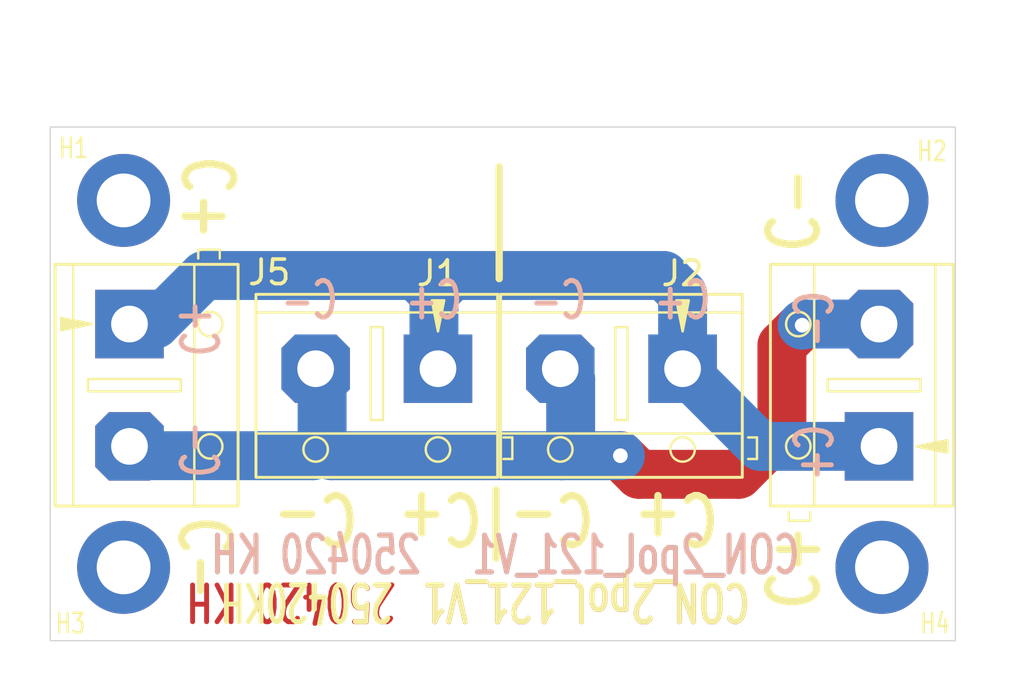
<source format=kicad_pcb>
(kicad_pcb (version 20240108) (generator "pcbnew") (generator_version "8.0")
  (layers (0 "F.Cu" signal) (31 "B.Cu" signal) (34 "B.Paste" user) (35 "F.Paste" user) (36 "B.SilkS" user "B.Silkscreen") (37 "F.SilkS" user "F.Silkscreen") (38 "B.Mask" user) (39 "F.Mask" user) (44 "Edge.Cuts" user))
  (net 0 "")
  (net 1 "/C+")
  (net 2 "/C-")
  (footprint "_kh_library:MountingHole_2.2mm_M2_Pad_TopBottom_kh" (layer "F.Cu") (at 84.1 64)
    (property "Reference" "H4" (at 2.166 2.294 0) (layer "F.SilkS") (effects (font (size 0.8 0.6) (thickness 0.1) (bold yes))))
    (property "Value" "MountingHole")
    (pad "1" thru_hole circle (at 0 0) (size 2.6 2.6) (drill 2.2) (layers "*.Cu" "*.Mask"))
    (pad "1" connect circle (at 0 0) (size 3.8 3.8) (layers "F.Cu" "F.Mask"))
    (pad "1" connect circle (at 0 0) (size 3.8 3.8) (layers "B.Cu" "B.Mask"))
  )
  (footprint "_kh_library:MountingHole_2.2mm_M2_Pad_TopBottom_kh" (layer "F.Cu") (at 53.1 64)
    (property "Reference" "H3" (at -2.173 2.294 0) (layer "F.SilkS") (effects (font (size 0.8 0.6) (thickness 0.1))))
    (property "Value" "MountingHole")
    (pad "1" thru_hole circle (at 0 0) (size 2.6 2.6) (drill 2.2) (layers "*.Cu" "*.Mask"))
    (pad "1" connect circle (at 0 0) (size 3.8 3.8) (layers "F.Cu" "F.Mask"))
    (pad "1" connect circle (at 0 0) (size 3.8 3.8) (layers "B.Cu" "B.Mask"))
  )
  (footprint "_kh_library:Screw_Terminal_01x02_P5" (layer "F.Cu") (at 83.98 59.055 180)
    (property "Reference" "J6" (hide yes))
    (property "Value" "Screw_Terminal_01x02_P5")
    (fp_line (start 3.69 -3.04) (end 3.69 -2.68) (stroke (width 0.1)) (layer "F.SilkS"))
    (fp_line (start 2.81 -3.04) (end 3.69 -3.04) (stroke (width 0.1)) (layer "F.SilkS"))
    (fp_line (start 2.81 -3.04) (end 2.81 -2.68) (stroke (width 0.1)) (layer "F.SilkS"))
    (fp_line (start 2.65 -2.44) (end 2.65 7.44) (stroke (width 0.1)) (layer "F.SilkS"))
    (fp_line (start -2.3 -2.44) (end -2.3 7.44) (stroke (width 0.1)) (layer "F.SilkS"))
    (fp_rect (start -1.7 2.25) (end 2.1 2.75) (stroke (width 0.1)) (fill none) (layer "F.SilkS"))
    (fp_rect (start -3.04 -2.44) (end 4.44 7.44) (stroke (width 0.12)) (fill none) (layer "F.SilkS"))
    (fp_circle (center 3.3 5) (end 3.8 5) (stroke (width 0.1)) (fill none) (layer "F.SilkS"))
    (fp_circle (center 3.3 0) (end 3.8 0) (stroke (width 0.1)) (fill none) (layer "F.SilkS"))
    (fp_poly (pts (xy -2.794 -0.254) (xy -1.524 0) (xy -2.794 0.254)) (stroke (width 0.1)) (fill solid) (layer "F.SilkS"))
    (pad "1" thru_hole rect (at 0 0 180) (size 2.8 2.8) (drill 1.5) (layers "*.Cu" "*.Mask") (net 1 "/C+"))
    (pad "2" thru_hole roundrect (at 0 5 180) (size 2.8 2.8) (drill 1.5) (layers "*.Cu" "*.Mask") (roundrect_rratio 0) (chamfer_ratio 0.2) (chamfer top_left top_right bottom_left bottom_right) (net 2 "/C-"))
  )
  (footprint "_kh_library:Screw_Terminal_01x02_P5" (layer "F.Cu") (at 65.95 55.88 -90)
    (property "Reference" "J1" (at -3.9 0 0) (layer "F.SilkS"))
    (property "Value" "Screw_Terminal_01x02_P5")
    (fp_line (start -2.3 -2.44) (end -2.3 7.44) (stroke (width 0.1)) (layer "F.SilkS"))
    (fp_line (start 2.65 -2.44) (end 2.65 7.44) (stroke (width 0.1)) (layer "F.SilkS"))
    (fp_line (start 2.81 -3.04) (end 2.81 -2.68) (stroke (width 0.1)) (layer "F.SilkS"))
    (fp_line (start 2.81 -3.04) (end 3.69 -3.04) (stroke (width 0.1)) (layer "F.SilkS"))
    (fp_line (start 3.69 -3.04) (end 3.69 -2.68) (stroke (width 0.1)) (layer "F.SilkS"))
    (fp_rect (start -1.7 2.25) (end 2.1 2.75) (stroke (width 0.1)) (fill none) (layer "F.SilkS"))
    (fp_rect (start -3.04 -2.44) (end 4.44 7.44) (stroke (width 0.12)) (fill none) (layer "F.SilkS"))
    (fp_circle (center 3.3 5) (end 3.8 5) (stroke (width 0.1)) (fill none) (layer "F.SilkS"))
    (fp_circle (center 3.3 0) (end 3.8 0) (stroke (width 0.1)) (fill none) (layer "F.SilkS"))
    (fp_poly (pts (xy -2.794 -0.254) (xy -1.524 0) (xy -2.794 0.254)) (stroke (width 0.1)) (fill solid) (layer "F.SilkS"))
    (pad "1" thru_hole rect (at 0 0 270) (size 2.8 2.8) (drill 1.5) (layers "*.Cu" "*.Mask") (net 1 "/C+"))
    (pad "2" thru_hole roundrect (at 0 5 270) (size 2.8 2.8) (drill 1.5) (layers "*.Cu" "*.Mask") (roundrect_rratio 0) (chamfer_ratio 0.2) (chamfer top_left top_right bottom_left bottom_right) (net 2 "/C-"))
  )
  (footprint "_kh_library:Screw_Terminal_01x02_P5" (layer "F.Cu") (at 53.34 54.055)
    (property "Reference" "J5" (at 5.715 -2.112 180) (layer "F.SilkS"))
    (property "Value" "Screw_Terminal_01x02_P5")
    (fp_line (start -2.3 -2.44) (end -2.3 7.44) (stroke (width 0.1)) (layer "F.SilkS"))
    (fp_line (start 2.65 -2.44) (end 2.65 7.44) (stroke (width 0.1)) (layer "F.SilkS"))
    (fp_line (start 2.81 -3.04) (end 2.81 -2.68) (stroke (width 0.1)) (layer "F.SilkS"))
    (fp_line (start 2.81 -3.04) (end 3.69 -3.04) (stroke (width 0.1)) (layer "F.SilkS"))
    (fp_line (start 3.69 -3.04) (end 3.69 -2.68) (stroke (width 0.1)) (layer "F.SilkS"))
    (fp_rect (start -3.04 -2.44) (end 4.44 7.44) (stroke (width 0.12)) (fill none) (layer "F.SilkS"))
    (fp_rect (start -1.7 2.25) (end 2.1 2.75) (stroke (width 0.1)) (fill none) (layer "F.SilkS"))
    (fp_circle (center 3.3 0) (end 3.8 0) (stroke (width 0.1)) (fill none) (layer "F.SilkS"))
    (fp_circle (center 3.3 5) (end 3.8 5) (stroke (width 0.1)) (fill none) (layer "F.SilkS"))
    (fp_poly (pts (xy -2.794 -0.254) (xy -1.524 0) (xy -2.794 0.254)) (stroke (width 0.1)) (fill solid) (layer "F.SilkS"))
    (pad "1" thru_hole rect (at 0 0) (size 2.8 2.8) (drill 1.5) (layers "*.Cu" "*.Mask") (net 1 "/C+"))
    (pad "2" thru_hole roundrect (at 0 5) (size 2.8 2.8) (drill 1.5) (layers "*.Cu" "*.Mask") (roundrect_rratio 0) (chamfer_ratio 0.2) (chamfer top_left top_right bottom_left bottom_right) (net 2 "/C-"))
  )
  (footprint "_kh_library:MountingHole_2.2mm_M2_Pad_TopBottom_kh" (layer "F.Cu") (at 53.1 49)
    (property "Reference" "H1" (at -2.046 -2.137 0) (layer "F.SilkS") (effects (font (size 0.8 0.6) (thickness 0.1))))
    (property "Value" "MountingHole")
    (pad "1" thru_hole circle (at 0 0) (size 2.6 2.6) (drill 2.2) (layers "*.Cu" "*.Mask"))
    (pad "1" connect circle (at 0 0) (size 3.8 3.8) (layers "F.Cu" "F.Mask"))
    (pad "1" connect circle (at 0 0) (size 3.8 3.8) (layers "B.Cu" "B.Mask"))
  )
  (footprint "_kh_library:Screw_Terminal_01x02_P5" (layer "F.Cu") (at 75.95 55.88 -90)
    (property "Reference" "J2" (at -3.9 0 0) (layer "F.SilkS"))
    (property "Value" "Screw_Terminal_01x02_P5")
    (fp_line (start -2.3 -2.44) (end -2.3 7.44) (stroke (width 0.1)) (layer "F.SilkS"))
    (fp_line (start 2.65 -2.44) (end 2.65 7.44) (stroke (width 0.1)) (layer "F.SilkS"))
    (fp_line (start 2.81 -3.04) (end 2.81 -2.68) (stroke (width 0.1)) (layer "F.SilkS"))
    (fp_line (start 2.81 -3.04) (end 3.69 -3.04) (stroke (width 0.1)) (layer "F.SilkS"))
    (fp_line (start 3.69 -3.04) (end 3.69 -2.68) (stroke (width 0.1)) (layer "F.SilkS"))
    (fp_rect (start -1.7 2.25) (end 2.1 2.75) (stroke (width 0.1)) (fill none) (layer "F.SilkS"))
    (fp_rect (start -3.04 -2.44) (end 4.44 7.44) (stroke (width 0.12)) (fill none) (layer "F.SilkS"))
    (fp_circle (center 3.3 5) (end 3.8 5) (stroke (width 0.1)) (fill none) (layer "F.SilkS"))
    (fp_circle (center 3.3 0) (end 3.8 0) (stroke (width 0.1)) (fill none) (layer "F.SilkS"))
    (fp_poly (pts (xy -2.794 -0.254) (xy -1.524 0) (xy -2.794 0.254)) (stroke (width 0.1)) (fill solid) (layer "F.SilkS"))
    (pad "1" thru_hole rect (at 0 0 270) (size 2.8 2.8) (drill 1.5) (layers "*.Cu" "*.Mask") (net 1 "/C+"))
    (pad "2" thru_hole roundrect (at 0 5 270) (size 2.8 2.8) (drill 1.5) (layers "*.Cu" "*.Mask") (roundrect_rratio 0) (chamfer_ratio 0.2) (chamfer top_left top_right bottom_left bottom_right) (net 2 "/C-"))
  )
  (footprint "_kh_library:MountingHole_2.2mm_M2_Pad_TopBottom_kh" (layer "F.Cu") (at 84.1 49)
    (property "Reference" "H2" (at 2.039 -2.01 0) (layer "F.SilkS") (effects (font (size 0.8 0.6) (thickness 0.1) (bold yes))))
    (property "Value" "MountingHole")
    (pad "1" thru_hole circle (at 0 0) (size 2.6 2.6) (drill 2.2) (layers "*.Cu" "*.Mask"))
    (pad "1" connect circle (at 0 0) (size 3.8 3.8) (layers "F.Cu" "F.Mask"))
    (pad "1" connect circle (at 0 0) (size 3.8 3.8) (layers "B.Cu" "B.Mask"))
  )
  (gr_line (start 68.326 63.627) (end 68.326 60.833) (stroke (width 0.3)) (layer "F.SilkS"))
  (gr_line (start 68.453 52.197) (end 68.453 47.625) (stroke (width 0.3)) (layer "F.SilkS"))
  (gr_rect (start 50.1 46) (end 87.1 67) (stroke (width 0.05)) (fill none) (layer "Edge.Cuts"))
  (gr_text "250420 KH" (at 59.944 65.405 180) (layer "F.Cu") (effects (font (size 1.5 1) (thickness 0.2) (bold yes))))
  (gr_text "CON_2pol_121_V1" (at 72.009 65.405 180) (layer "F.Cu") (effects (font (size 1.5 1) (thickness 0.2) (bold yes))))
  (gr_text "250420 KH" (at 60.96 63.5 0) (layer "B.Cu") (effects (font (size 1.5 1) (thickness 0.2) (bold yes)) (justify mirror)))
  (gr_text "CON_2pol_121_V1" (at 74.041 63.5 0) (layer "B.Cu") (effects (font (size 1.5 1) (thickness 0.2) (bold yes)) (justify mirror)))
  (gr_text "CON_2pol_121_V1" (at 74.041 63.5 0) (layer "B.SilkS") (effects (font (size 1.5 1) (thickness 0.2) (bold yes)) (justify mirror)))
  (gr_text "C-" (at 81.346 53.848 90) (layer "B.SilkS") (effects (font (size 1.5 1) (thickness 0.2) (bold yes)) (justify mirror)))
  (gr_text "C+" (at 56.134 54.229 270) (layer "B.SilkS") (effects (font (size 1.5 1) (thickness 0.2) (bold yes)) (justify mirror)))
  (gr_text "250420 KH" (at 60.96 63.5 0) (layer "B.SilkS") (effects (font (size 1.5 1) (thickness 0.2) (bold yes)) (justify mirror)))
  (gr_text "C-" (at 56.134 59.182 270) (layer "B.SilkS") (effects (font (size 1.5 1) (thickness 0.2) (bold yes)) (justify mirror)))
  (gr_text "C-" (at 60.706 53.086 0) (layer "B.SilkS") (effects (font (size 1.5 1) (thickness 0.2) (bold yes)) (justify mirror)))
  (gr_text "C+" (at 75.946 53.086 0) (layer "B.SilkS") (effects (font (size 1.5 1) (thickness 0.2) (bold yes)) (justify mirror)))
  (gr_text "C+" (at 65.786 53.086 0) (layer "B.SilkS") (effects (font (size 1.5 1) (thickness 0.2) (bold yes)) (justify mirror)))
  (gr_text "C+" (at 81.346 59.309 90) (layer "B.SilkS") (effects (font (size 1.5 1) (thickness 0.2) (bold yes)) (justify mirror)))
  (gr_text "C-" (at 70.866 53.086 0) (layer "B.SilkS") (effects (font (size 1.5 1) (thickness 0.2) (bold yes)) (justify mirror)))
  (gr_text "C-" (at 60.96 61.976 180) (layer "F.SilkS") (effects (font (size 2 1.5) (thickness 0.3) (bold yes))))
  (gr_text "CON_2pol_121_V1" (at 72.009 65.4 180) (layer "F.SilkS") (effects (font (size 1.5 1) (thickness 0.2) (bold yes))))
  (gr_text "C+" (at 75.692 61.976 180) (layer "F.SilkS") (effects (font (size 2 1.5) (thickness 0.3) (bold yes))))
  (gr_text "C+" (at 66.04 61.976 180) (layer "F.SilkS") (effects (font (size 2 1.5) (thickness 0.3) (bold yes))))
  (gr_text "250420KH" (at 60.579 65.4 180) (layer "F.SilkS") (effects (font (size 1.5 0.9) (thickness 0.2) (bold yes))))
  (gr_text "C+" (at 80.518 64.008 90) (layer "F.SilkS") (effects (font (size 2 1.5) (thickness 0.3) (bold yes))))
  (gr_text "C-" (at 56.388 63.627 270) (layer "F.SilkS") (effects (font (size 2 1.5) (thickness 0.3) (bold yes))))
  (gr_text "C-" (at 80.518 49.403 90) (layer "F.SilkS") (effects (font (size 2 1.5) (thickness 0.3) (bold yes))))
  (gr_text "C-" (at 70.612 61.976 180) (layer "F.SilkS") (effects (font (size 2 1.5) (thickness 0.3) (bold yes))))
  (gr_text "C+" (at 56.515 48.895 270) (layer "F.SilkS") (effects (font (size 2 1.5) (thickness 0.3) (bold yes))))
  (segment (start 65.786 52.832) (end 66.548 52.07) (width 2) (layer "B.Cu") (net 1))
  (segment (start 66.548 52.07) (end 65.024 52.07) (width 2) (layer "B.Cu") (net 1))
  (segment (start 56.388 52.07) (end 65.024 52.07) (width 2) (layer "B.Cu") (net 1))
  (segment (start 53.34 54.055) (end 54.403 54.055) (width 2) (layer "B.Cu") (net 1))
  (segment (start 79.125 59.055) (end 75.95 55.88) (width 2) (layer "B.Cu") (net 1))
  (segment (start 65.024 52.07) (end 65.786 52.832) (width 2) (layer "B.Cu") (net 1))
  (segment (start 83.98 59.055) (end 79.125 59.055) (width 2) (layer "B.Cu") (net 1))
  (segment (start 75.95 52.836) (end 75.946 52.832) (width 2) (layer "B.Cu") (net 1))
  (segment (start 66.548 52.07) (end 75.184 52.07) (width 2) (layer "B.Cu") (net 1))
  (segment (start 75.184 52.07) (end 75.946 52.832) (width 2) (layer "B.Cu") (net 1))
  (segment (start 75.95 55.88) (end 75.95 52.836) (width 2) (layer "B.Cu") (net 1))
  (segment (start 65.786 52.832) (end 65.786 55.706) (width 2) (layer "B.Cu") (net 1))
  (segment (start 54.403 54.055) (end 56.388 52.07) (width 2) (layer "B.Cu") (net 1))
  (segment (start 80.01 58.42) (end 80.01 54.93) (width 2) (layer "F.Cu") (net 2))
  (segment (start 80.01 54.93) (end 80.838 54.102) (width 2) (layer "F.Cu") (net 2))
  (segment (start 74.168 60.198) (end 78.232 60.198) (width 2) (layer "F.Cu") (net 2))
  (segment (start 78.232 60.198) (end 80.01 58.42) (width 2) (layer "F.Cu") (net 2))
  (segment (start 73.406 59.436) (end 74.168 60.198) (width 2) (layer "F.Cu") (net 2))
  (via (at 80.838 54.102) (size 1.2) (drill 0.6) (layers "F.Cu" "B.Cu") (net 2))
  (via (at 73.406 59.436) (size 1.2) (drill 0.6) (layers "F.Cu" "B.Cu") (net 2))
  (segment (start 71.374 59.055) (end 71.374 56.304) (width 2) (layer "B.Cu") (net 2))
  (segment (start 61.214 59.055) (end 61.214 56.144) (width 2) (layer "B.Cu") (net 2))
  (segment (start 61.595 59.436) (end 70.993 59.436) (width 2) (layer "B.Cu") (net 2))
  (segment (start 70.993 59.436) (end 71.374 59.055) (width 2) (layer "B.Cu") (net 2))
  (segment (start 80.885 54.055) (end 80.838 54.102) (width 2) (layer "B.Cu") (net 2))
  (segment (start 71.374 56.304) (end 70.95 55.88) (width 2) (layer "B.Cu") (net 2))
  (segment (start 61.214 59.055) (end 61.595 59.436) (width 2) (layer "B.Cu") (net 2))
  (segment (start 83.98 54.055) (end 80.885 54.055) (width 2) (layer "B.Cu") (net 2))
  (segment (start 53.721 59.436) (end 60.833 59.436) (width 2) (layer "B.Cu") (net 2))
  (segment (start 60.833 59.436) (end 61.214 59.055) (width 2) (layer "B.Cu") (net 2))
  (segment (start 70.993 59.436) (end 73.406 59.436) (width 2) (layer "B.Cu") (net 2))
)
</source>
